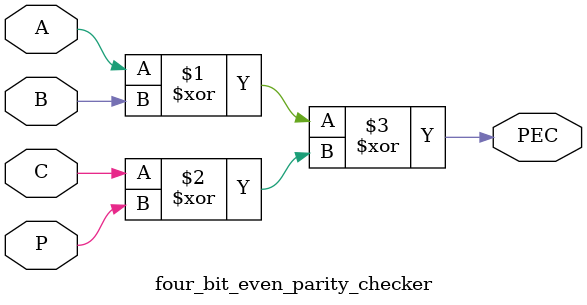
<source format=v>
module four_bit_even_parity_checker(PEC,A,B,C,P);

input A,B,C,P;
output PEC;

// Dataflow modeling
assign PEC = (A^B)^(C^P);

endmodule

</source>
